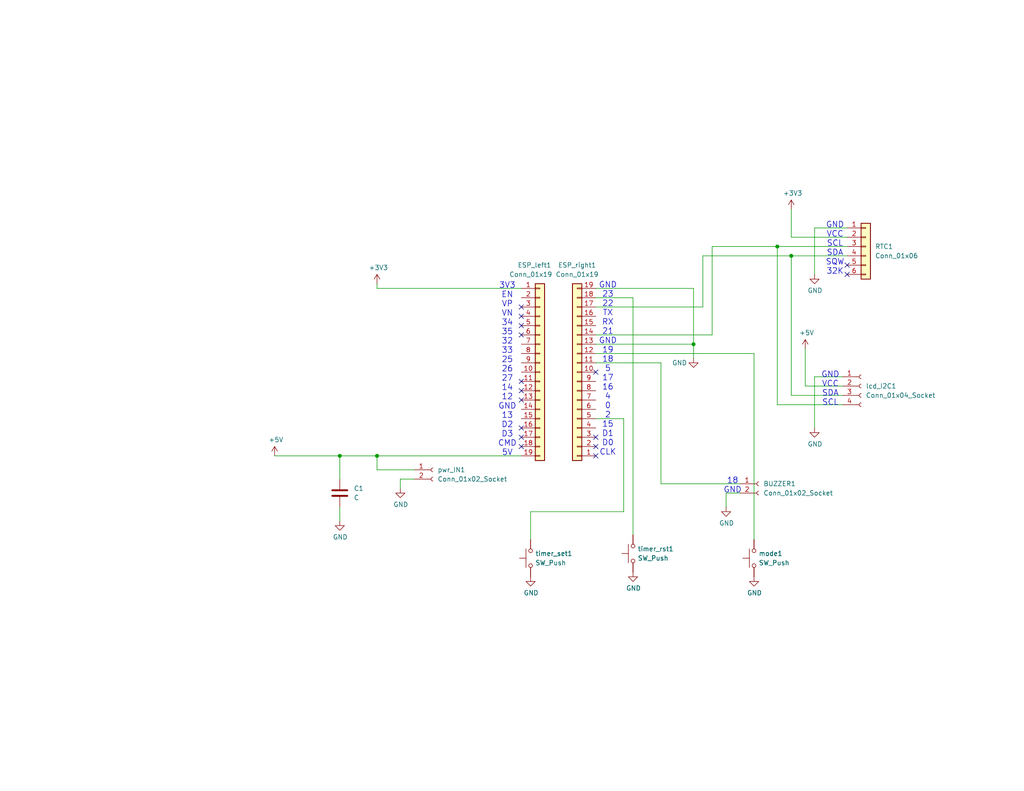
<source format=kicad_sch>
(kicad_sch (version 20250114) (generator "eeschema") (generator_version "9.0")
  (paper "USLetter")
  (lib_symbols
    (symbol "AlarmClock-rescue:+3.3V-power" (power) (pin_names (offset 0))
      (property "Value" "power_+3.3V" (at 0 3.556 0))
      (symbol "+3.3V-power_0_1"
        (polyline (pts (xy -0.762 1.27) (xy 0 2.54)))
        (polyline (pts (xy 0 2.54) (xy 0.762 1.27)))
        (polyline (pts (xy 0 0) (xy 0 2.54)))
      )
      (symbol "+3.3V-power_1_1"
        (pin power_in line (at 0 0 90) (length 0) (hide yes) (name "+3V3") (number "1"))
      )
    )
    (symbol "AlarmClock-rescue:+5V-power" (power) (pin_names (offset 0))
      (property "Value" "power_+5V" (at 0 3.556 0))
      (symbol "+5V-power_0_1"
        (polyline (pts (xy -0.762 1.27) (xy 0 2.54)))
        (polyline (pts (xy 0 2.54) (xy 0.762 1.27)))
        (polyline (pts (xy 0 0) (xy 0 2.54)))
      )
      (symbol "+5V-power_1_1"
        (pin power_in line (at 0 0 90) (length 0) (hide yes) (name "+5V") (number "1"))
      )
    )
    (symbol "AlarmClock-rescue:GND-power" (power) (pin_names (offset 0))
      (property "Value" "power_GND" (at 0 -3.81 0))
      (symbol "GND-power_0_1"
        (polyline (pts (xy 0 0) (xy 0 -1.27) (xy 1.27 -1.27) (xy 0 -2.54) (xy -1.27 -1.27) (xy 0 -1.27)))
      )
      (symbol "GND-power_1_1"
        (pin power_in line (at 0 0 270) (length 0) (hide yes) (name "GND") (number "1"))
      )
    )
    (symbol "Connector:Conn_01x02_Socket" (pin_names (offset 1.016) (hide yes))
      (property "Reference" "J" (at 0 2.54 0))
      (property "Value" "Conn_01x02_Socket" (at 0 -5.08 0))
      (symbol "Conn_01x02_Socket_1_1"
        (polyline (pts (xy -1.27 0) (xy -0.508 0)) (stroke (width 0.1524)))
        (polyline (pts (xy -1.27 -2.54) (xy -0.508 -2.54)) (stroke (width 0.1524)))
        (arc (start 0 -0.508) (mid -0.5058 0) (end 0 0.508) (stroke (width 0.1524)))
        (arc (start 0 -3.048) (mid -0.5058 -2.54) (end 0 -2.032) (stroke (width 0.1524)))
        (pin passive line (at -5.08 0 0) (length 3.81) (name "Pin_1") (number "1"))
        (pin passive line (at -5.08 -2.54 0) (length 3.81) (name "Pin_2") (number "2"))
      )
    )
    (symbol "Connector:Conn_01x04_Socket" (pin_names (offset 1.016) (hide yes))
      (property "Reference" "J" (at 0 5.08 0))
      (property "Value" "Conn_01x04_Socket" (at 0 -7.62 0))
      (symbol "Conn_01x04_Socket_1_1"
        (polyline (pts (xy -1.27 2.54) (xy -0.508 2.54)) (stroke (width 0.1524)))
        (polyline (pts (xy -1.27 0) (xy -0.508 0)) (stroke (width 0.1524)))
        (polyline (pts (xy -1.27 -2.54) (xy -0.508 -2.54)) (stroke (width 0.1524)))
        (polyline (pts (xy -1.27 -5.08) (xy -0.508 -5.08)) (stroke (width 0.1524)))
        (arc (start 0 2.032) (mid -0.5058 2.54) (end 0 3.048) (stroke (width 0.1524)))
        (arc (start 0 -0.508) (mid -0.5058 0) (end 0 0.508) (stroke (width 0.1524)))
        (arc (start 0 -3.048) (mid -0.5058 -2.54) (end 0 -2.032) (stroke (width 0.1524)))
        (arc (start 0 -5.588) (mid -0.5058 -5.08) (end 0 -4.572) (stroke (width 0.1524)))
        (pin passive line (at -5.08 2.54 0) (length 3.81) (name "Pin_1") (number "1"))
        (pin passive line (at -5.08 0 0) (length 3.81) (name "Pin_2") (number "2"))
        (pin passive line (at -5.08 -2.54 0) (length 3.81) (name "Pin_3") (number "3"))
        (pin passive line (at -5.08 -5.08 0) (length 3.81) (name "Pin_4") (number "4"))
      )
    )
    (symbol "Connector_Generic:Conn_01x06" (pin_names (offset 1.016) (hide yes))
      (property "Reference" "J" (at 0 7.62 0))
      (property "Value" "Conn_01x06" (at 0 -10.16 0))
      (symbol "Conn_01x06_1_1"
        (rectangle (start -1.27 6.35) (end 1.27 -8.89) (stroke (width 0.254)) (fill (type background)))
        (rectangle (start -1.27 5.207) (end 0 4.953) (stroke (width 0.1524)))
        (rectangle (start -1.27 2.667) (end 0 2.413) (stroke (width 0.1524)))
        (rectangle (start -1.27 0.127) (end 0 -0.127) (stroke (width 0.1524)))
        (rectangle (start -1.27 -2.413) (end 0 -2.667) (stroke (width 0.1524)))
        (rectangle (start -1.27 -4.953) (end 0 -5.207) (stroke (width 0.1524)))
        (rectangle (start -1.27 -7.493) (end 0 -7.747) (stroke (width 0.1524)))
        (pin passive line (at -5.08 5.08 0) (length 3.81) (name "Pin_1") (number "1"))
        (pin passive line (at -5.08 2.54 0) (length 3.81) (name "Pin_2") (number "2"))
        (pin passive line (at -5.08 0 0) (length 3.81) (name "Pin_3") (number "3"))
        (pin passive line (at -5.08 -2.54 0) (length 3.81) (name "Pin_4") (number "4"))
        (pin passive line (at -5.08 -5.08 0) (length 3.81) (name "Pin_5") (number "5"))
        (pin passive line (at -5.08 -7.62 0) (length 3.81) (name "Pin_6") (number "6"))
      )
    )
    (symbol "Connector_Generic:Conn_01x19" (pin_names (offset 1.016) (hide yes))
      (property "Reference" "J" (at 0 25.4 0))
      (property "Value" "Conn_01x19" (at 0 -25.4 0))
      (symbol "Conn_01x19_1_1"
        (rectangle (start -1.27 24.13) (end 1.27 -24.13) (stroke (width 0.254)) (fill (type background)))
        (rectangle (start -1.27 22.987) (end 0 22.733) (stroke (width 0.1524)))
        (rectangle (start -1.27 20.447) (end 0 20.193) (stroke (width 0.1524)))
        (rectangle (start -1.27 17.907) (end 0 17.653) (stroke (width 0.1524)))
        (rectangle (start -1.27 15.367) (end 0 15.113) (stroke (width 0.1524)))
        (rectangle (start -1.27 12.827) (end 0 12.573) (stroke (width 0.1524)))
        (rectangle (start -1.27 10.287) (end 0 10.033) (stroke (width 0.1524)))
        (rectangle (start -1.27 7.747) (end 0 7.493) (stroke (width 0.1524)))
        (rectangle (start -1.27 5.207) (end 0 4.953) (stroke (width 0.1524)))
        (rectangle (start -1.27 2.667) (end 0 2.413) (stroke (width 0.1524)))
        (rectangle (start -1.27 0.127) (end 0 -0.127) (stroke (width 0.1524)))
        (rectangle (start -1.27 -2.413) (end 0 -2.667) (stroke (width 0.1524)))
        (rectangle (start -1.27 -4.953) (end 0 -5.207) (stroke (width 0.1524)))
        (rectangle (start -1.27 -7.493) (end 0 -7.747) (stroke (width 0.1524)))
        (rectangle (start -1.27 -10.033) (end 0 -10.287) (stroke (width 0.1524)))
        (rectangle (start -1.27 -12.573) (end 0 -12.827) (stroke (width 0.1524)))
        (rectangle (start -1.27 -15.113) (end 0 -15.367) (stroke (width 0.1524)))
        (rectangle (start -1.27 -17.653) (end 0 -17.907) (stroke (width 0.1524)))
        (rectangle (start -1.27 -20.193) (end 0 -20.447) (stroke (width 0.1524)))
        (rectangle (start -1.27 -22.733) (end 0 -22.987) (stroke (width 0.1524)))
        (pin passive line (at -5.08 22.86 0) (length 3.81) (name "Pin_1") (number "1"))
        (pin passive line (at -5.08 20.32 0) (length 3.81) (name "Pin_2") (number "2"))
        (pin passive line (at -5.08 17.78 0) (length 3.81) (name "Pin_3") (number "3"))
        (pin passive line (at -5.08 15.24 0) (length 3.81) (name "Pin_4") (number "4"))
        (pin passive line (at -5.08 12.7 0) (length 3.81) (name "Pin_5") (number "5"))
        (pin passive line (at -5.08 10.16 0) (length 3.81) (name "Pin_6") (number "6"))
        (pin passive line (at -5.08 7.62 0) (length 3.81) (name "Pin_7") (number "7"))
        (pin passive line (at -5.08 5.08 0) (length 3.81) (name "Pin_8") (number "8"))
        (pin passive line (at -5.08 2.54 0) (length 3.81) (name "Pin_9") (number "9"))
        (pin passive line (at -5.08 0 0) (length 3.81) (name "Pin_10") (number "10"))
        (pin passive line (at -5.08 -2.54 0) (length 3.81) (name "Pin_11") (number "11"))
        (pin passive line (at -5.08 -5.08 0) (length 3.81) (name "Pin_12") (number "12"))
        (pin passive line (at -5.08 -7.62 0) (length 3.81) (name "Pin_13") (number "13"))
        (pin passive line (at -5.08 -10.16 0) (length 3.81) (name "Pin_14") (number "14"))
        (pin passive line (at -5.08 -12.7 0) (length 3.81) (name "Pin_15") (number "15"))
        (pin passive line (at -5.08 -15.24 0) (length 3.81) (name "Pin_16") (number "16"))
        (pin passive line (at -5.08 -17.78 0) (length 3.81) (name "Pin_17") (number "17"))
        (pin passive line (at -5.08 -20.32 0) (length 3.81) (name "Pin_18") (number "18"))
        (pin passive line (at -5.08 -22.86 0) (length 3.81) (name "Pin_19") (number "19"))
      )
    )
    (symbol "Device:C" (pin_numbers (hide yes)) (pin_names (offset 0.254))
      (property "Reference" "C" (at 0.635 2.54 0))
      (property "Value" "C" (at 0.635 -2.54 0))
      (symbol "C_0_1"
        (polyline (pts (xy -2.032 0.762) (xy 2.032 0.762)) (stroke (width 0.508)))
        (polyline (pts (xy -2.032 -0.762) (xy 2.032 -0.762)) (stroke (width 0.508)))
      )
      (symbol "C_1_1"
        (pin passive line (at 0 3.81 270) (length 2.794) (name "~") (number "1"))
        (pin passive line (at 0 -3.81 90) (length 2.794) (name "~") (number "2"))
      )
    )
    (symbol "Switch:SW_Push" (pin_numbers (hide yes)) (pin_names (offset 1.016) (hide yes))
      (property "Reference" "SW" (at 1.27 2.54 0))
      (property "Value" "SW_Push" (at 0 -1.524 0))
      (symbol "SW_Push_0_1"
        (circle (center -2.032 0) (radius 0.508))
        (polyline (pts (xy 0 1.27) (xy 0 3.048)))
        (circle (center 2.032 0) (radius 0.508))
        (polyline (pts (xy 2.54 1.27) (xy -2.54 1.27)))
        (pin passive line (at -5.08 0 0) (length 2.54) (name "1") (number "1"))
        (pin passive line (at 5.08 0 180) (length 2.54) (name "2") (number "2"))
      )
    )
  )
  (text "18\nGND\n" (at 199.898 132.588 0) (effects (font (size 1.5748 1.5748))))
  (text "3V3\nEN\nVP\nVN\n34\n35\n32\n33\n25\n26\n27\n14\n12\nGND\n13\nD2\nD3\nCMD\n5V" (at 138.43 100.838 0) (effects (font (size 1.5748 1.5748))))
  (text "GND\nVCC\nSDA\nSCL\n" (at 226.568 106.172 0) (effects (font (size 1.5748 1.5748))))
  (text "GND\nVCC\nSCL\nSDA\nSQW\n32K\n\n\n\n\n" (at 227.838 72.898 0) (effects (font (size 1.5748 1.5748))))
  (text "GND\n23\n22\nTX\nRX\n21\nGND\n19\n18\n5\n17\n16\n4\n0\n2\n15\nD1\nD0\nCLK" (at 165.862 124.46 0) (effects (font (size 1.5748 1.5748)) (justify bottom)))
  (junction (at 102.87 124.46))
  (junction (at 215.9 69.85))
  (junction (at 92.71 124.46))
  (junction (at 212.09 67.31))
  (junction (at 189.23 93.98))
  (no_connect (at 142.24 109.22))
  (no_connect (at 142.24 116.84))
  (no_connect (at 142.24 104.14))
  (no_connect (at 231.14 74.93))
  (no_connect (at 142.24 88.9))
  (no_connect (at 162.56 121.92))
  (no_connect (at 162.56 124.46))
  (no_connect (at 162.56 101.6))
  (no_connect (at 142.24 106.68))
  (no_connect (at 142.24 91.44))
  (no_connect (at 142.24 121.92))
  (no_connect (at 142.24 83.82))
  (no_connect (at 162.56 119.38))
  (no_connect (at 142.24 86.36))
  (no_connect (at 231.14 72.39))
  (no_connect (at 142.24 119.38))
  (wire (pts (xy 229.87 110.49) (xy 212.09 110.49)))
  (wire (pts (xy 170.18 139.7) (xy 144.78 139.7)))
  (wire (pts (xy 229.87 107.95) (xy 215.9 107.95)))
  (wire (pts (xy 189.23 93.98) (xy 189.23 97.79)))
  (wire (pts (xy 172.72 81.28) (xy 172.72 146.05)))
  (wire (pts (xy 109.22 130.81) (xy 109.22 133.35)))
  (wire (pts (xy 231.14 64.77) (xy 215.9 64.77)))
  (wire (pts (xy 229.87 102.87) (xy 222.25 102.87)))
  (wire (pts (xy 219.71 95.25) (xy 219.71 105.41)))
  (wire (pts (xy 229.87 105.41) (xy 219.71 105.41)))
  (wire (pts (xy 162.56 83.82) (xy 191.77 83.82)))
  (wire (pts (xy 215.9 57.15) (xy 215.9 64.77)))
  (wire (pts (xy 162.56 91.44) (xy 194.31 91.44)))
  (wire (pts (xy 162.56 93.98) (xy 189.23 93.98)))
  (wire (pts (xy 162.56 99.06) (xy 180.34 99.06)))
  (wire (pts (xy 102.87 78.74) (xy 142.24 78.74)))
  (wire (pts (xy 180.34 132.08) (xy 201.93 132.08)))
  (wire (pts (xy 212.09 67.31) (xy 194.31 67.31)))
  (wire (pts (xy 113.03 130.81) (xy 109.22 130.81)))
  (wire (pts (xy 215.9 69.85) (xy 231.14 69.85)))
  (wire (pts (xy 102.87 77.47) (xy 102.87 78.74)))
  (wire (pts (xy 102.87 128.27) (xy 113.03 128.27)))
  (wire (pts (xy 180.34 99.06) (xy 180.34 132.08)))
  (wire (pts (xy 191.77 69.85) (xy 215.9 69.85)))
  (wire (pts (xy 162.56 78.74) (xy 189.23 78.74)))
  (wire (pts (xy 189.23 78.74) (xy 189.23 93.98)))
  (wire (pts (xy 144.78 139.7) (xy 144.78 147.32)))
  (wire (pts (xy 191.77 83.82) (xy 191.77 69.85)))
  (wire (pts (xy 205.74 96.52) (xy 205.74 147.32)))
  (wire (pts (xy 92.71 124.46) (xy 92.71 130.81)))
  (wire (pts (xy 74.93 124.46) (xy 92.71 124.46)))
  (wire (pts (xy 194.31 67.31) (xy 194.31 91.44)))
  (wire (pts (xy 92.71 138.43) (xy 92.71 142.24)))
  (wire (pts (xy 92.71 124.46) (xy 102.87 124.46)))
  (wire (pts (xy 170.18 114.3) (xy 170.18 139.7)))
  (wire (pts (xy 215.9 107.95) (xy 215.9 69.85)))
  (wire (pts (xy 222.25 62.23) (xy 222.25 74.93)))
  (wire (pts (xy 222.25 62.23) (xy 231.14 62.23)))
  (wire (pts (xy 162.56 96.52) (xy 205.74 96.52)))
  (wire (pts (xy 102.87 124.46) (xy 102.87 128.27)))
  (wire (pts (xy 198.12 134.62) (xy 198.12 138.43)))
  (wire (pts (xy 162.56 81.28) (xy 172.72 81.28)))
  (wire (pts (xy 212.09 110.49) (xy 212.09 67.31)))
  (wire (pts (xy 231.14 67.31) (xy 212.09 67.31)))
  (wire (pts (xy 222.25 102.87) (xy 222.25 116.84)))
  (wire (pts (xy 162.56 114.3) (xy 170.18 114.3)))
  (wire (pts (xy 142.24 124.46) (xy 102.87 124.46)))
  (wire (pts (xy 201.93 134.62) (xy 198.12 134.62)))
  (symbol (lib_id "AlarmClock-rescue:GND-power") (at 222.25 74.93 0) (unit 1)
    (property "Reference" "#PWR8" (effects (hide yes)))
    (property "Value" "GND" (at 222.377 79.3242 0))
  )
  (symbol (lib_id "AlarmClock-rescue:GND-power") (at 189.23 97.79 0) (unit 1)
    (property "Reference" "#PWR7" (effects (hide yes)))
    (property "Value" "GND" (at 185.42 99.06 0))
  )
  (symbol (lib_id "AlarmClock-rescue:+3.3V-power") (at 102.87 77.47 0) (unit 1)
    (property "Reference" "#PWR1" (effects (hide yes)))
    (property "Value" "+3V3" (at 103.251 73.0758 0))
  )
  (symbol (lib_id "AlarmClock-rescue:+5V-power") (at 219.71 95.25 0) (unit 1)
    (property "Reference" "#PWR012" (effects (hide yes)))
    (property "Value" "+5V" (at 220.091 90.8558 0))
  )
  (symbol (lib_id "Connector_Generic:Conn_01x06") (at 236.22 67.31 0) (unit 1)
    (property "Reference" "RTC1" (at 238.76 67.3099 0) (effects (justify left)))
    (property "Value" "Conn_01x06" (at 238.76 69.8499 0) (effects (justify left)))
    (property "Footprint" "Connector_PinSocket_2.54mm:PinSocket_1x06_P2.54mm_Vertical" (effects (hide yes)))
    (property "Description" "Generic connector, single row, 01x06, script generated (kicad-library-utils/schlib/autogen/connector/)" (effects (hide yes)))
  )
  (symbol (lib_id "Switch:SW_Push") (at 172.72 151.13 90) (unit 1)
    (property "Reference" "timer_rst1" (at 173.99 149.8599 90) (effects (justify right)))
    (property "Value" "SW_Push" (at 173.99 152.3999 90) (effects (justify right)))
    (property "Footprint" "Button_Switch_SMD:SW_Push_1P1T-SH_NO_CK_KMR2xxG" (effects (hide yes)))
    (property "Description" "Push button switch, generic, two pins" (effects (hide yes)))
  )
  (symbol (lib_id "Switch:SW_Push") (at 205.74 152.4 90) (unit 1)
    (property "Reference" "mode1" (at 207.01 151.1299 90) (effects (justify right)))
    (property "Value" "SW_Push" (at 207.01 153.6699 90) (effects (justify right)))
    (property "Footprint" "Button_Switch_SMD:SW_Push_1P1T-SH_NO_CK_KMR2xxG" (effects (hide yes)))
    (property "Description" "Push button switch, generic, two pins" (effects (hide yes)))
  )
  (symbol (lib_id "Device:C") (at 92.71 134.62 0) (unit 1)
    (property "Reference" "C1" (at 96.52 133.3499 0) (effects (justify left)))
    (property "Value" "C" (at 96.52 135.8899 0) (effects (justify left)))
    (property "Footprint" "Capacitor_THT:C_Radial_D6.3mm_H5.0mm_P2.50mm" (effects (hide yes)))
    (property "Description" "Unpolarized capacitor" (effects (hide yes)))
  )
  (symbol (lib_id "Connector:Conn_01x02_Socket") (at 207.01 132.08 0) (unit 1)
    (property "Reference" "BUZZER1" (at 208.28 132.0799 0) (effects (justify left)))
    (property "Value" "Conn_01x02_Socket" (at 208.28 134.6199 0) (effects (justify left)))
    (property "Footprint" "Connector_PinSocket_2.54mm:PinSocket_1x02_P2.54mm_Vertical" (effects (hide yes)))
    (property "Description" "Generic connector, single row, 01x02, script generated" (effects (hide yes)))
  )
  (symbol (lib_id "AlarmClock-rescue:+5V-power") (at 74.93 124.46 0) (unit 1)
    (property "Reference" "#PWR9" (effects (hide yes)))
    (property "Value" "+5V" (at 75.311 120.0658 0))
  )
  (symbol (lib_id "AlarmClock-rescue:GND-power") (at 205.74 157.48 0) (unit 1)
    (property "Reference" "#PWR05" (effects (hide yes)))
    (property "Value" "GND" (at 205.867 161.8742 0))
  )
  (symbol (lib_id "AlarmClock-rescue:GND-power") (at 222.25 116.84 0) (unit 1)
    (property "Reference" "#PWR06" (effects (hide yes)))
    (property "Value" "GND" (at 222.377 121.2342 0))
  )
  (symbol (lib_id "AlarmClock-rescue:GND-power") (at 109.22 133.35 0) (unit 1)
    (property "Reference" "#PWR10" (effects (hide yes)))
    (property "Value" "GND" (at 109.347 137.7442 0))
  )
  (symbol (lib_id "AlarmClock-rescue:GND-power") (at 198.12 138.43 0) (unit 1)
    (property "Reference" "#PWR011" (effects (hide yes)))
    (property "Value" "GND" (at 198.247 142.8242 0))
  )
  (symbol (lib_id "AlarmClock-rescue:+3.3V-power") (at 215.9 57.15 0) (unit 1)
    (property "Reference" "#PWR02" (effects (hide yes)))
    (property "Value" "+3V3" (at 216.281 52.7558 0))
  )
  (symbol (lib_id "AlarmClock-rescue:GND-power") (at 172.72 156.21 0) (unit 1)
    (property "Reference" "#PWR04" (effects (hide yes)))
    (property "Value" "GND" (at 172.847 160.6042 0))
  )
  (symbol (lib_id "Switch:SW_Push") (at 144.78 152.4 90) (unit 1)
    (property "Reference" "timer_set1" (at 146.05 151.1299 90) (effects (justify right)))
    (property "Value" "SW_Push" (at 146.05 153.6699 90) (effects (justify right)))
    (property "Footprint" "Button_Switch_SMD:SW_Push_1P1T-SH_NO_CK_KMR2xxG" (effects (hide yes)))
    (property "Description" "Push button switch, generic, two pins" (effects (hide yes)))
  )
  (symbol (lib_id "AlarmClock-rescue:GND-power") (at 92.71 142.24 0) (unit 1)
    (property "Reference" "#PWR013" (effects (hide yes)))
    (property "Value" "GND" (at 92.837 146.6342 0))
  )
  (symbol (lib_id "AlarmClock-rescue:GND-power") (at 144.78 157.48 0) (unit 1)
    (property "Reference" "#PWR03" (effects (hide yes)))
    (property "Value" "GND" (at 144.907 161.8742 0))
  )
  (symbol (lib_id "Connector:Conn_01x02_Socket") (at 118.11 128.27 0) (unit 1)
    (property "Reference" "pwr_IN1" (at 119.38 128.2699 0) (effects (justify left)))
    (property "Value" "Conn_01x02_Socket" (at 119.38 130.8099 0) (effects (justify left)))
    (property "Footprint" "Connector_PinSocket_2.54mm:PinSocket_1x02_P2.54mm_Vertical" (effects (hide yes)))
    (property "Description" "Generic connector, single row, 01x02, script generated" (effects (hide yes)))
  )
  (symbol (lib_id "Connector:Conn_01x04_Socket") (at 234.95 105.41 0) (unit 1)
    (property "Reference" "lcd_I2C1" (at 236.22 105.4099 0) (effects (justify left)))
    (property "Value" "Conn_01x04_Socket" (at 236.22 107.9499 0) (effects (justify left)))
    (property "Footprint" "Connector_PinSocket_2.54mm:PinSocket_1x04_P2.54mm_Vertical" (effects (hide yes)))
    (property "Description" "Generic connector, single row, 01x04, script generated" (effects (hide yes)))
  )
  (symbol (lib_id "Connector_Generic:Conn_01x19") (at 157.48 101.6 180) (unit 1)
    (property "Reference" "ESP_right1" (at 157.48 72.39 0))
    (property "Value" "Conn_01x19" (at 157.48 74.93 0))
    (property "Footprint" "Connector_PinSocket_2.54mm:PinSocket_1x19_P2.54mm_Vertical" (effects (hide yes)))
    (property "Description" "Generic connector, single row, 01x19, script generated (kicad-library-utils/schlib/autogen/connector/)" (effects (hide yes)))
  )
  (symbol (lib_id "Connector_Generic:Conn_01x19") (at 147.32 101.6 0) (unit 1)
    (property "Reference" "ESP_left1" (at 141.224 72.39 0) (effects (justify left)))
    (property "Value" "Conn_01x19" (at 138.938 74.93 0) (effects (justify left)))
    (property "Footprint" "Connector_PinSocket_2.54mm:PinSocket_1x19_P2.54mm_Vertical" (effects (hide yes)))
    (property "Description" "Generic connector, single row, 01x19, script generated (kicad-library-utils/schlib/autogen/connector/)" (effects (hide yes)))
  )
)
</source>
